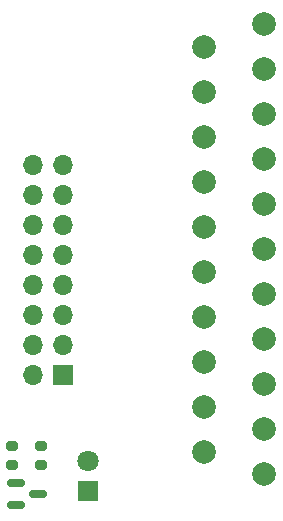
<source format=gbr>
%TF.GenerationSoftware,KiCad,Pcbnew,7.0.8*%
%TF.CreationDate,2024-02-25T14:43:20-05:00*%
%TF.ProjectId,scart breakout,73636172-7420-4627-9265-616b6f75742e,rev?*%
%TF.SameCoordinates,Original*%
%TF.FileFunction,Soldermask,Top*%
%TF.FilePolarity,Negative*%
%FSLAX46Y46*%
G04 Gerber Fmt 4.6, Leading zero omitted, Abs format (unit mm)*
G04 Created by KiCad (PCBNEW 7.0.8) date 2024-02-25 14:43:20*
%MOMM*%
%LPD*%
G01*
G04 APERTURE LIST*
G04 Aperture macros list*
%AMRoundRect*
0 Rectangle with rounded corners*
0 $1 Rounding radius*
0 $2 $3 $4 $5 $6 $7 $8 $9 X,Y pos of 4 corners*
0 Add a 4 corners polygon primitive as box body*
4,1,4,$2,$3,$4,$5,$6,$7,$8,$9,$2,$3,0*
0 Add four circle primitives for the rounded corners*
1,1,$1+$1,$2,$3*
1,1,$1+$1,$4,$5*
1,1,$1+$1,$6,$7*
1,1,$1+$1,$8,$9*
0 Add four rect primitives between the rounded corners*
20,1,$1+$1,$2,$3,$4,$5,0*
20,1,$1+$1,$4,$5,$6,$7,0*
20,1,$1+$1,$6,$7,$8,$9,0*
20,1,$1+$1,$8,$9,$2,$3,0*%
G04 Aperture macros list end*
%ADD10C,1.998980*%
%ADD11RoundRect,0.200000X-0.275000X0.200000X-0.275000X-0.200000X0.275000X-0.200000X0.275000X0.200000X0*%
%ADD12R,1.700000X1.700000*%
%ADD13O,1.700000X1.700000*%
%ADD14RoundRect,0.150000X-0.587500X-0.150000X0.587500X-0.150000X0.587500X0.150000X-0.587500X0.150000X0*%
%ADD15R,1.800000X1.800000*%
%ADD16C,1.800000*%
%ADD17RoundRect,0.200000X0.275000X-0.200000X0.275000X0.200000X-0.275000X0.200000X-0.275000X-0.200000X0*%
G04 APERTURE END LIST*
D10*
%TO.C,J1*%
X48818800Y-54838600D03*
X43738800Y-52933600D03*
X48818800Y-51028600D03*
X43738800Y-49123600D03*
X48818800Y-47218600D03*
X43738800Y-45313600D03*
X48818800Y-43408600D03*
X43738800Y-41503600D03*
X48818800Y-39598600D03*
X43738800Y-37693600D03*
X48818800Y-35788600D03*
X43738800Y-33883600D03*
X48818800Y-31978600D03*
X43738800Y-30073600D03*
X48818800Y-28168600D03*
X43738800Y-26263600D03*
X48818800Y-24358600D03*
X43738800Y-22453600D03*
X48818800Y-20548600D03*
X43738800Y-18643600D03*
X48818800Y-16738600D03*
%TD*%
D11*
%TO.C,R2*%
X29870400Y-52452000D03*
X29870400Y-54102000D03*
%TD*%
D12*
%TO.C,J2*%
X31750000Y-46482000D03*
D13*
X29210000Y-46482000D03*
X31750000Y-43942000D03*
X29210000Y-43942000D03*
X31750000Y-41402000D03*
X29210000Y-41402000D03*
X31750000Y-38862000D03*
X29210000Y-38862000D03*
X31750000Y-36322000D03*
X29210000Y-36322000D03*
X31750000Y-33782000D03*
X29210000Y-33782000D03*
X31750000Y-31242000D03*
X29210000Y-31242000D03*
X31750000Y-28702000D03*
X29210000Y-28702000D03*
%TD*%
D14*
%TO.C,Q1*%
X27764500Y-55565000D03*
X27764500Y-57465000D03*
X29639500Y-56515000D03*
%TD*%
D15*
%TO.C,LED1*%
X33883600Y-56286400D03*
D16*
X33883600Y-53746400D03*
%TD*%
D17*
%TO.C,R1*%
X27482800Y-54102000D03*
X27482800Y-52452000D03*
%TD*%
M02*

</source>
